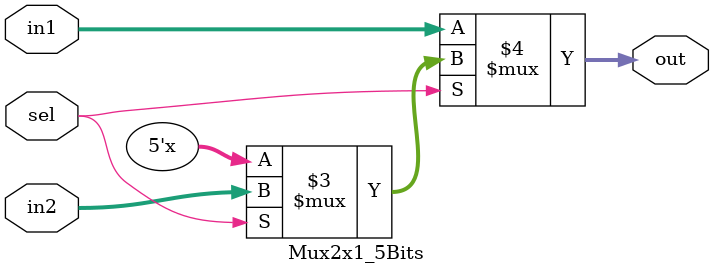
<source format=v>
module Mux2x1_5Bits(out, in1, in2, sel);

input [4:0] in1, in2;
input sel;
output [4:0] out;

assign out = 	(sel == 1'b0) ? in1 :
		(sel == 1'b1) ? in2 : 5'bx;

endmodule

</source>
